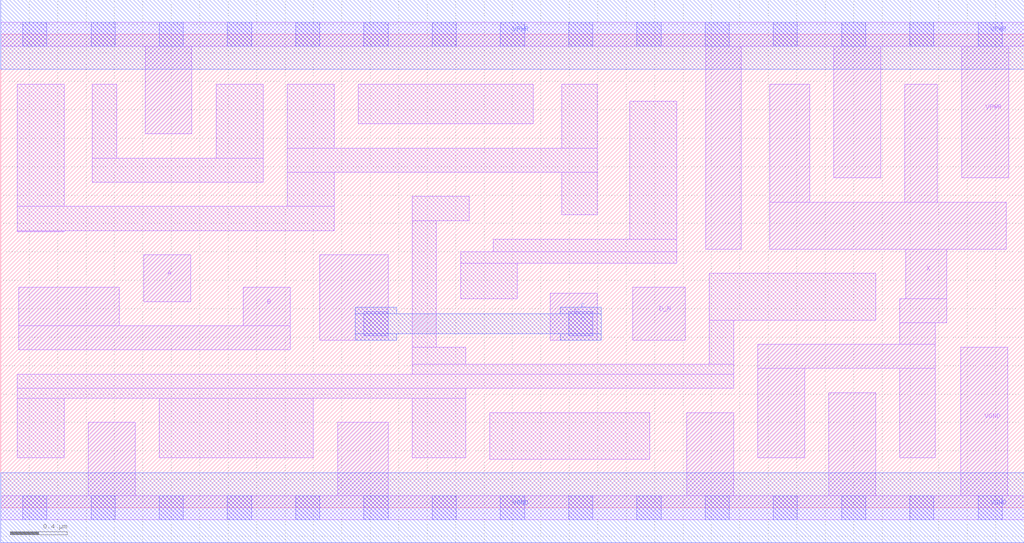
<source format=lef>
# Copyright 2020 The SkyWater PDK Authors
#
# Licensed under the Apache License, Version 2.0 (the "License");
# you may not use this file except in compliance with the License.
# You may obtain a copy of the License at
#
#     https://www.apache.org/licenses/LICENSE-2.0
#
# Unless required by applicable law or agreed to in writing, software
# distributed under the License is distributed on an "AS IS" BASIS,
# WITHOUT WARRANTIES OR CONDITIONS OF ANY KIND, either express or implied.
# See the License for the specific language governing permissions and
# limitations under the License.
#
# SPDX-License-Identifier: Apache-2.0

VERSION 5.7 ;
  NAMESCASESENSITIVE ON ;
  NOWIREEXTENSIONATPIN ON ;
  DIVIDERCHAR "/" ;
  BUSBITCHARS "[]" ;
UNITS
  DATABASE MICRONS 200 ;
END UNITS
MACRO sky130_fd_sc_ms__or4b_4
  CLASS CORE ;
  SOURCE USER ;
  FOREIGN sky130_fd_sc_ms__or4b_4 ;
  ORIGIN  0.000000  0.000000 ;
  SIZE  7.200000 BY  3.330000 ;
  SYMMETRY X Y ;
  SITE unit ;
  PIN A
    ANTENNAGATEAREA  0.471000 ;
    DIRECTION INPUT ;
    USE SIGNAL ;
    PORT
      LAYER li1 ;
        RECT 1.005000 1.450000 1.335000 1.780000 ;
    END
  END A
  PIN B
    ANTENNAGATEAREA  0.471000 ;
    DIRECTION INPUT ;
    USE SIGNAL ;
    PORT
      LAYER li1 ;
        RECT 0.125000 1.110000 2.035000 1.280000 ;
        RECT 0.125000 1.280000 0.835000 1.550000 ;
        RECT 1.705000 1.280000 2.035000 1.550000 ;
    END
  END B
  PIN C
    ANTENNAGATEAREA  0.471000 ;
    DIRECTION INPUT ;
    USE SIGNAL ;
    PORT
      LAYER li1 ;
        RECT 2.245000 1.180000 2.725000 1.780000 ;
        RECT 3.865000 1.180000 4.195000 1.510000 ;
      LAYER mcon ;
        RECT 2.555000 1.210000 2.725000 1.380000 ;
        RECT 3.995000 1.210000 4.165000 1.380000 ;
      LAYER met1 ;
        RECT 2.495000 1.180000 2.785000 1.225000 ;
        RECT 2.495000 1.225000 4.225000 1.365000 ;
        RECT 2.495000 1.365000 2.785000 1.410000 ;
        RECT 3.935000 1.180000 4.225000 1.225000 ;
        RECT 3.935000 1.365000 4.225000 1.410000 ;
    END
  END C
  PIN D_N
    ANTENNAGATEAREA  0.276000 ;
    DIRECTION INPUT ;
    USE SIGNAL ;
    PORT
      LAYER li1 ;
        RECT 4.445000 1.180000 4.815000 1.550000 ;
    END
  END D_N
  PIN X
    ANTENNADIFFAREA  1.111700 ;
    DIRECTION OUTPUT ;
    USE SIGNAL ;
    PORT
      LAYER li1 ;
        RECT 5.325000 0.350000 5.655000 0.980000 ;
        RECT 5.325000 0.980000 6.575000 1.150000 ;
        RECT 5.410000 1.820000 7.075000 2.150000 ;
        RECT 5.410000 2.150000 5.690000 2.980000 ;
        RECT 6.325000 0.350000 6.575000 0.980000 ;
        RECT 6.325000 1.150000 6.575000 1.300000 ;
        RECT 6.325000 1.300000 6.655000 1.470000 ;
        RECT 6.360000 2.150000 6.590000 2.980000 ;
        RECT 6.365000 1.470000 6.655000 1.820000 ;
    END
  END X
  PIN VGND
    DIRECTION INOUT ;
    USE GROUND ;
    PORT
      LAYER li1 ;
        RECT 0.000000 -0.085000 7.200000 0.085000 ;
        RECT 0.615000  0.085000 0.945000 0.600000 ;
        RECT 2.370000  0.085000 2.725000 0.600000 ;
        RECT 4.825000  0.085000 5.155000 0.670000 ;
        RECT 5.825000  0.085000 6.155000 0.810000 ;
        RECT 6.755000  0.085000 7.085000 1.130000 ;
      LAYER mcon ;
        RECT 0.155000 -0.085000 0.325000 0.085000 ;
        RECT 0.635000 -0.085000 0.805000 0.085000 ;
        RECT 1.115000 -0.085000 1.285000 0.085000 ;
        RECT 1.595000 -0.085000 1.765000 0.085000 ;
        RECT 2.075000 -0.085000 2.245000 0.085000 ;
        RECT 2.555000 -0.085000 2.725000 0.085000 ;
        RECT 3.035000 -0.085000 3.205000 0.085000 ;
        RECT 3.515000 -0.085000 3.685000 0.085000 ;
        RECT 3.995000 -0.085000 4.165000 0.085000 ;
        RECT 4.475000 -0.085000 4.645000 0.085000 ;
        RECT 4.955000 -0.085000 5.125000 0.085000 ;
        RECT 5.435000 -0.085000 5.605000 0.085000 ;
        RECT 5.915000 -0.085000 6.085000 0.085000 ;
        RECT 6.395000 -0.085000 6.565000 0.085000 ;
        RECT 6.875000 -0.085000 7.045000 0.085000 ;
      LAYER met1 ;
        RECT 0.000000 -0.245000 7.200000 0.245000 ;
    END
  END VGND
  PIN VPWR
    DIRECTION INOUT ;
    USE POWER ;
    PORT
      LAYER li1 ;
        RECT 0.000000 3.245000 7.200000 3.415000 ;
        RECT 1.015000 2.630000 1.345000 3.245000 ;
        RECT 4.960000 1.820000 5.210000 3.245000 ;
        RECT 5.860000 2.320000 6.190000 3.245000 ;
        RECT 6.760000 2.320000 7.090000 3.245000 ;
      LAYER mcon ;
        RECT 0.155000 3.245000 0.325000 3.415000 ;
        RECT 0.635000 3.245000 0.805000 3.415000 ;
        RECT 1.115000 3.245000 1.285000 3.415000 ;
        RECT 1.595000 3.245000 1.765000 3.415000 ;
        RECT 2.075000 3.245000 2.245000 3.415000 ;
        RECT 2.555000 3.245000 2.725000 3.415000 ;
        RECT 3.035000 3.245000 3.205000 3.415000 ;
        RECT 3.515000 3.245000 3.685000 3.415000 ;
        RECT 3.995000 3.245000 4.165000 3.415000 ;
        RECT 4.475000 3.245000 4.645000 3.415000 ;
        RECT 4.955000 3.245000 5.125000 3.415000 ;
        RECT 5.435000 3.245000 5.605000 3.415000 ;
        RECT 5.915000 3.245000 6.085000 3.415000 ;
        RECT 6.395000 3.245000 6.565000 3.415000 ;
        RECT 6.875000 3.245000 7.045000 3.415000 ;
      LAYER met1 ;
        RECT 0.000000 3.085000 7.200000 3.575000 ;
    END
  END VPWR
  OBS
    LAYER li1 ;
      RECT 0.115000 0.350000 0.445000 0.770000 ;
      RECT 0.115000 0.770000 3.270000 0.840000 ;
      RECT 0.115000 0.840000 5.155000 0.940000 ;
      RECT 0.115000 1.940000 0.445000 1.950000 ;
      RECT 0.115000 1.950000 2.345000 2.120000 ;
      RECT 0.115000 2.120000 0.445000 2.980000 ;
      RECT 0.645000 2.290000 1.845000 2.460000 ;
      RECT 0.645000 2.460000 0.815000 2.980000 ;
      RECT 1.115000 0.350000 2.200000 0.770000 ;
      RECT 1.515000 2.460000 1.845000 2.980000 ;
      RECT 2.015000 2.120000 2.345000 2.360000 ;
      RECT 2.015000 2.360000 4.195000 2.530000 ;
      RECT 2.015000 2.530000 2.345000 2.980000 ;
      RECT 2.515000 2.700000 3.745000 2.980000 ;
      RECT 2.895000 0.350000 3.270000 0.770000 ;
      RECT 2.895000 0.940000 5.155000 1.010000 ;
      RECT 2.895000 1.010000 3.270000 1.130000 ;
      RECT 2.895000 1.130000 3.065000 2.020000 ;
      RECT 2.895000 2.020000 3.295000 2.190000 ;
      RECT 3.235000 1.470000 3.635000 1.720000 ;
      RECT 3.235000 1.720000 4.755000 1.800000 ;
      RECT 3.440000 0.340000 4.565000 0.670000 ;
      RECT 3.465000 1.800000 4.755000 1.890000 ;
      RECT 3.945000 2.060000 4.195000 2.360000 ;
      RECT 3.945000 2.530000 4.195000 2.980000 ;
      RECT 4.425000 1.890000 4.755000 2.860000 ;
      RECT 4.985000 1.010000 5.155000 1.320000 ;
      RECT 4.985000 1.320000 6.155000 1.650000 ;
  END
END sky130_fd_sc_ms__or4b_4

</source>
